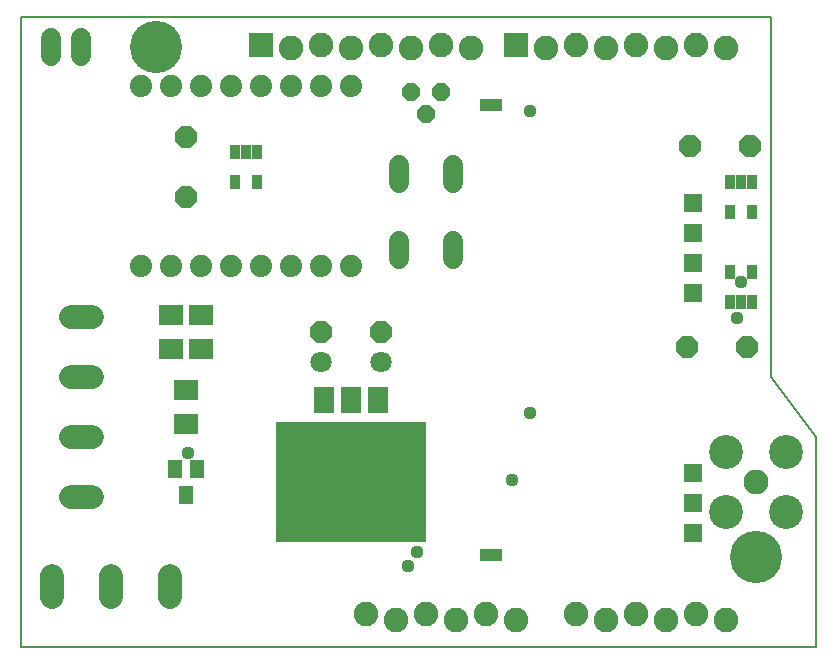
<source format=gts>
G75*
G70*
%OFA0B0*%
%FSLAX24Y24*%
%IPPOS*%
%LPD*%
%AMOC8*
5,1,8,0,0,1.08239X$1,22.5*
%
%ADD10C,0.0080*%
%ADD11R,0.5000X0.4000*%
%ADD12R,0.0595X0.0595*%
%ADD13R,0.0740X0.0400*%
%ADD14OC8,0.0710*%
%ADD15C,0.0710*%
%ADD16OC8,0.0600*%
%ADD17C,0.0680*%
%ADD18C,0.0820*%
%ADD19R,0.0820X0.0820*%
%ADD20C,0.0830*%
%ADD21C,0.1130*%
%ADD22C,0.0785*%
%ADD23R,0.0352X0.0470*%
%ADD24R,0.0790X0.0710*%
%ADD25R,0.0474X0.0631*%
%ADD26R,0.0670X0.0870*%
%ADD27R,0.1580X0.0870*%
%ADD28C,0.0740*%
%ADD29C,0.0440*%
%ADD30C,0.1740*%
%ADD31R,0.0476X0.0476*%
D10*
X002503Y000180D02*
X029003Y000180D01*
X029003Y007180D01*
X027503Y009180D01*
X027503Y021180D01*
X002503Y021180D01*
X002503Y000180D01*
D11*
X013503Y005680D03*
D12*
X024903Y005980D03*
X024903Y004980D03*
X024903Y003980D03*
X024903Y011980D03*
X024903Y012980D03*
X024903Y013980D03*
X024903Y014980D03*
D13*
X018153Y018230D03*
X018153Y003230D03*
D14*
X024703Y010180D03*
X026703Y010180D03*
X026803Y016880D03*
X024803Y016880D03*
X014503Y010680D03*
X012503Y010680D03*
X008003Y015180D03*
X008003Y017180D03*
D15*
X012503Y009680D03*
X014503Y009680D03*
D16*
X016003Y017930D03*
X015503Y018680D03*
X016503Y018680D03*
D17*
X016893Y016260D02*
X016893Y015660D01*
X015113Y015660D02*
X015113Y016260D01*
X015113Y013700D02*
X015113Y013100D01*
X016893Y013100D02*
X016893Y013700D01*
X004503Y019880D02*
X004503Y020480D01*
X003503Y020480D02*
X003503Y019880D01*
D18*
X011503Y020130D03*
X012503Y020230D03*
X013503Y020130D03*
X014503Y020230D03*
X015503Y020130D03*
X016503Y020230D03*
X017503Y020130D03*
X020003Y020130D03*
X021003Y020230D03*
X022003Y020130D03*
X023003Y020230D03*
X024003Y020130D03*
X025003Y020230D03*
X026003Y020130D03*
X025003Y001280D03*
X024003Y001080D03*
X023003Y001280D03*
X022003Y001080D03*
X021003Y001280D03*
X019003Y001080D03*
X018003Y001280D03*
X017003Y001080D03*
X016003Y001280D03*
X015003Y001080D03*
X014003Y001280D03*
X026003Y001080D03*
D19*
X019003Y020230D03*
X010503Y020230D03*
D20*
X027003Y005680D03*
D21*
X025999Y004676D03*
X028007Y004676D03*
X028007Y006684D03*
X025999Y006684D03*
D22*
X007472Y002540D02*
X007472Y001835D01*
X005503Y001835D02*
X005503Y002540D01*
X003535Y002540D02*
X003535Y001835D01*
X004151Y005196D02*
X004856Y005196D01*
X004856Y007164D02*
X004151Y007164D01*
X004151Y009196D02*
X004856Y009196D01*
X004856Y011164D02*
X004151Y011164D01*
D23*
X009629Y015668D03*
X010377Y015668D03*
X010377Y016688D03*
X010003Y016688D03*
X009629Y016688D03*
X026129Y015688D03*
X026503Y015688D03*
X026877Y015688D03*
X026877Y014668D03*
X026129Y014668D03*
X026129Y012692D03*
X026877Y012692D03*
X026877Y011672D03*
X026503Y011672D03*
X026129Y011672D03*
D24*
X008503Y011240D03*
X007503Y011240D03*
X007503Y010120D03*
X008503Y010120D03*
X008003Y008740D03*
X008003Y007620D03*
D25*
X007629Y006113D03*
X008377Y006113D03*
X008003Y005247D03*
D26*
X012593Y008420D03*
X013493Y008420D03*
X014393Y008420D03*
D27*
X013503Y005940D03*
D28*
X013503Y012893D03*
X012503Y012893D03*
X011503Y012893D03*
X010503Y012893D03*
X009503Y012893D03*
X008503Y012893D03*
X007503Y012893D03*
X006503Y012893D03*
X006503Y018893D03*
X007503Y018893D03*
X008503Y018893D03*
X009503Y018893D03*
X010503Y018893D03*
X011503Y018893D03*
X012503Y018893D03*
X013503Y018893D03*
D29*
X019453Y018030D03*
X026503Y012330D03*
X026353Y011130D03*
X019453Y007980D03*
X018853Y005730D03*
X015703Y003330D03*
X015403Y002880D03*
X008053Y006630D03*
D30*
X027003Y003180D03*
X007003Y020180D03*
D31*
X011503Y007180D03*
X011503Y006180D03*
X011503Y005180D03*
X012503Y005180D03*
X013503Y005180D03*
X014503Y005180D03*
X015503Y005180D03*
X015503Y006180D03*
X015503Y007180D03*
X015503Y004180D03*
X014503Y004180D03*
X013503Y004180D03*
X012503Y004180D03*
X011503Y004180D03*
M02*

</source>
